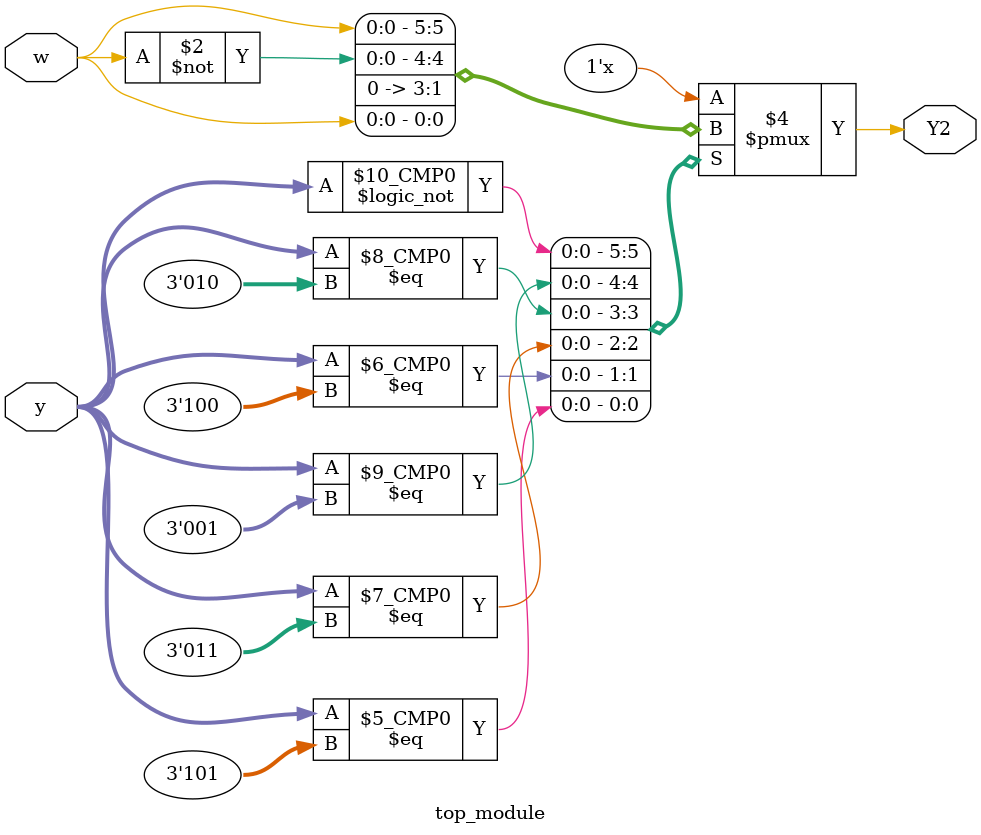
<source format=sv>
module top_module(
    input [3:1] y,
    input w,
    output reg Y2
);

always @(*) begin
    case (y)
        3'b000: Y2 = w;
        3'b001: Y2 = ~w;
        3'b010: Y2 = 1'b0;
        3'b011: Y2 = 1'b0;
        3'b100: Y2 = 1'b0;
        3'b101: Y2 = w;
        default: Y2 = 1'bx;
    endcase
end

endmodule

</source>
